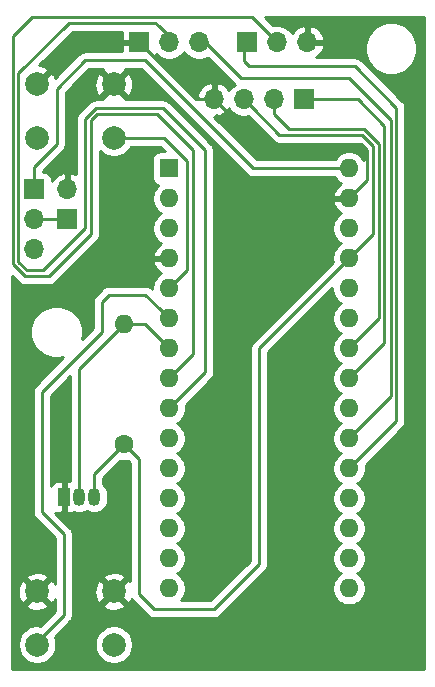
<source format=gbr>
G04 #@! TF.GenerationSoftware,KiCad,Pcbnew,(5.1.5)-3*
G04 #@! TF.CreationDate,2021-01-15T17:36:30+01:00*
G04 #@! TF.ProjectId,pHmeter,70486d65-7465-4722-9e6b-696361645f70,rev?*
G04 #@! TF.SameCoordinates,Original*
G04 #@! TF.FileFunction,Copper,L1,Top*
G04 #@! TF.FilePolarity,Positive*
%FSLAX46Y46*%
G04 Gerber Fmt 4.6, Leading zero omitted, Abs format (unit mm)*
G04 Created by KiCad (PCBNEW (5.1.5)-3) date 2021-01-15 17:36:30*
%MOMM*%
%LPD*%
G04 APERTURE LIST*
%ADD10O,1.700000X1.700000*%
%ADD11R,1.700000X1.700000*%
%ADD12C,2.000000*%
%ADD13R,1.050000X1.500000*%
%ADD14O,1.050000X1.500000*%
%ADD15O,1.600000X1.600000*%
%ADD16C,1.600000*%
%ADD17R,1.600000X1.600000*%
%ADD18C,0.250000*%
%ADD19C,0.254000*%
G04 APERTURE END LIST*
D10*
X53340000Y-44704000D03*
X50800000Y-44704000D03*
D11*
X48260000Y-44704000D03*
D10*
X42164000Y-57150000D03*
D11*
X42164000Y-59690000D03*
D12*
X46124000Y-48260000D03*
X46124000Y-52760000D03*
X39624000Y-48260000D03*
X39624000Y-52760000D03*
D10*
X54610000Y-49530000D03*
X57150000Y-49530000D03*
X59690000Y-49530000D03*
D11*
X62230000Y-49530000D03*
D10*
X39370000Y-62230000D03*
X39370000Y-59690000D03*
D11*
X39370000Y-57150000D03*
D10*
X62484000Y-44704000D03*
X59944000Y-44704000D03*
D11*
X57404000Y-44704000D03*
D13*
X41910000Y-83185000D03*
D14*
X44450000Y-83185000D03*
X43180000Y-83185000D03*
D15*
X46990000Y-68580000D03*
D16*
X46990000Y-78740000D03*
D12*
X46124000Y-91186000D03*
X46124000Y-95686000D03*
X39624000Y-91186000D03*
X39624000Y-95686000D03*
D15*
X66040000Y-90932000D03*
X50800000Y-90932000D03*
X66040000Y-55372000D03*
X50800000Y-88392000D03*
X66040000Y-57912000D03*
X50800000Y-85852000D03*
X66040000Y-60452000D03*
X50800000Y-83312000D03*
X66040000Y-62992000D03*
X50800000Y-80772000D03*
X66040000Y-65532000D03*
X50800000Y-78232000D03*
X66040000Y-68072000D03*
X50800000Y-75692000D03*
X66040000Y-70612000D03*
X50800000Y-73152000D03*
X66040000Y-73152000D03*
X50800000Y-70612000D03*
X66040000Y-75692000D03*
X50800000Y-68072000D03*
X66040000Y-78232000D03*
X50800000Y-65532000D03*
X66040000Y-80772000D03*
X50800000Y-62992000D03*
X66040000Y-83312000D03*
X50800000Y-60452000D03*
X66040000Y-85852000D03*
X50800000Y-57912000D03*
X66040000Y-88392000D03*
D17*
X50800000Y-55372000D03*
D18*
X59690000Y-49530000D02*
X59690000Y-50800000D01*
X59690000Y-50800000D02*
X60960000Y-52070000D01*
X60960000Y-52070000D02*
X67310000Y-52070000D01*
X67310000Y-52070000D02*
X68580000Y-53340000D01*
X68580000Y-68072000D02*
X66040000Y-70612000D01*
X68580000Y-53340000D02*
X68580000Y-68072000D01*
X62230000Y-49530000D02*
X66040000Y-49530000D01*
X69030009Y-70161991D02*
X69030009Y-51758009D01*
X66040000Y-73152000D02*
X69030009Y-70161991D01*
X66802000Y-49530000D02*
X62230000Y-49530000D01*
X69030009Y-51758009D02*
X66802000Y-49530000D01*
X45687999Y-66072001D02*
X48800001Y-66072001D01*
X39370000Y-95686000D02*
X41910000Y-93146000D01*
X48800001Y-66072001D02*
X50000001Y-67272001D01*
X45085000Y-66675000D02*
X45687999Y-66072001D01*
X45085000Y-69215000D02*
X45085000Y-66675000D01*
X41910000Y-86360000D02*
X40005000Y-84455000D01*
X50000001Y-67272001D02*
X50800000Y-68072000D01*
X40005000Y-84455000D02*
X40005000Y-74295000D01*
X41910000Y-93146000D02*
X41910000Y-86360000D01*
X40005000Y-74295000D02*
X45085000Y-69215000D01*
X53340000Y-44196000D02*
X56896000Y-47752000D01*
X56896000Y-47752000D02*
X66040000Y-47752000D01*
X66040000Y-78232000D02*
X69596000Y-74676000D01*
X69596000Y-51308000D02*
X66040000Y-47752000D01*
X69596000Y-74676000D02*
X69596000Y-51308000D01*
X50373002Y-52760000D02*
X46124000Y-52760000D01*
X52324000Y-54710998D02*
X50373002Y-52760000D01*
X50800000Y-65532000D02*
X52324000Y-64008000D01*
X52324000Y-64008000D02*
X52324000Y-54710998D01*
X57150000Y-46312000D02*
X57150000Y-45212000D01*
X66548000Y-46736000D02*
X57574000Y-46736000D01*
X70046009Y-76765991D02*
X70046009Y-50234009D01*
X66040000Y-80772000D02*
X70046009Y-76765991D01*
X70046009Y-50234009D02*
X66548000Y-46736000D01*
X57574000Y-46736000D02*
X57150000Y-46312000D01*
X67056000Y-53340000D02*
X58420000Y-53340000D01*
X58420000Y-53340000D02*
X54610000Y-49530000D01*
X67564000Y-53848000D02*
X67056000Y-53340000D01*
X66040000Y-57912000D02*
X67564000Y-56388000D01*
X67564000Y-56388000D02*
X67564000Y-53848000D01*
X53086000Y-49530000D02*
X54610000Y-49530000D01*
X48260000Y-44704000D02*
X53086000Y-49530000D01*
X39370000Y-55245000D02*
X41275000Y-53340000D01*
X39370000Y-57150000D02*
X39370000Y-55245000D01*
X41275000Y-50419000D02*
X41275000Y-50165000D01*
X41275000Y-53340000D02*
X41275000Y-50419000D01*
X41275000Y-48641000D02*
X41275000Y-50419000D01*
X43688000Y-46228000D02*
X41275000Y-48641000D01*
X48768000Y-46228000D02*
X43688000Y-46228000D01*
X66040000Y-55372000D02*
X57912000Y-55372000D01*
X57912000Y-55372000D02*
X48768000Y-46228000D01*
X58420000Y-70612000D02*
X58420000Y-88900000D01*
X66040000Y-62992000D02*
X58420000Y-70612000D01*
X54610000Y-92710000D02*
X49530000Y-92710000D01*
X48260000Y-80010000D02*
X46990000Y-78740000D01*
X58420000Y-88900000D02*
X54610000Y-92710000D01*
X48260000Y-91440000D02*
X48260000Y-80010000D01*
X49530000Y-92710000D02*
X48260000Y-91440000D01*
X44450000Y-81280000D02*
X46990000Y-78740000D01*
X44450000Y-83185000D02*
X44450000Y-81280000D01*
X66040000Y-62992000D02*
X68072000Y-60960000D01*
X68072000Y-60960000D02*
X68072000Y-53468410D01*
X60140010Y-52520010D02*
X57999999Y-50379999D01*
X68072000Y-53468410D02*
X67123600Y-52520010D01*
X57999999Y-50379999D02*
X57150000Y-49530000D01*
X67123600Y-52520010D02*
X60140010Y-52520010D01*
X43180000Y-72390000D02*
X46990000Y-68580000D01*
X43180000Y-83185000D02*
X43180000Y-72390000D01*
X48768000Y-68580000D02*
X50800000Y-70612000D01*
X46990000Y-68580000D02*
X48768000Y-68580000D01*
X40572081Y-59690000D02*
X42164000Y-59690000D01*
X39370000Y-59690000D02*
X40572081Y-59690000D01*
X50800000Y-75692000D02*
X53848000Y-72644000D01*
X53848000Y-72644000D02*
X53848000Y-53848000D01*
X53848000Y-53848000D02*
X51308000Y-51308000D01*
X51308000Y-51308000D02*
X50292000Y-50292000D01*
X50292000Y-50292000D02*
X44704000Y-50292000D01*
X44704000Y-50292000D02*
X47752000Y-50292000D01*
X42323001Y-43020999D02*
X49624999Y-43020999D01*
X38044999Y-47299001D02*
X42323001Y-43020999D01*
X49950001Y-43346001D02*
X50800000Y-44196000D01*
X49624999Y-43020999D02*
X49950001Y-43346001D01*
X38736410Y-64008000D02*
X38044999Y-63316589D01*
X38044999Y-63316589D02*
X38044999Y-47299001D01*
X44704000Y-50292000D02*
X44575590Y-50292000D01*
X43688000Y-51179590D02*
X43688000Y-60451002D01*
X44575590Y-50292000D02*
X43688000Y-51179590D01*
X43688000Y-60451002D02*
X40131002Y-64008000D01*
X40131002Y-64008000D02*
X38736410Y-64008000D01*
X58840001Y-43600001D02*
X59690000Y-44450000D01*
X57810989Y-42570989D02*
X58840001Y-43600001D01*
X39217011Y-42570989D02*
X57810989Y-42570989D01*
X38608000Y-64516000D02*
X37592000Y-63500000D01*
X44704000Y-50800000D02*
X44196000Y-51308000D01*
X49784000Y-50800000D02*
X44704000Y-50800000D01*
X52832000Y-71120000D02*
X52832000Y-53848000D01*
X37592000Y-63500000D02*
X37592000Y-44196000D01*
X50800000Y-73152000D02*
X52832000Y-71120000D01*
X44196000Y-51308000D02*
X44196000Y-60960000D01*
X40640000Y-64516000D02*
X38608000Y-64516000D01*
X44196000Y-60960000D02*
X40640000Y-64516000D01*
X52832000Y-53848000D02*
X49784000Y-50800000D01*
X37592000Y-44196000D02*
X39217011Y-42570989D01*
D19*
G36*
X72365001Y-97765000D02*
G01*
X37490000Y-97765000D01*
X37490000Y-92321413D01*
X38668192Y-92321413D01*
X38763956Y-92585814D01*
X39053571Y-92726704D01*
X39365108Y-92808384D01*
X39686595Y-92827718D01*
X40005675Y-92783961D01*
X40310088Y-92678795D01*
X40484044Y-92585814D01*
X40579808Y-92321413D01*
X39624000Y-91365605D01*
X38668192Y-92321413D01*
X37490000Y-92321413D01*
X37490000Y-91248595D01*
X37982282Y-91248595D01*
X38026039Y-91567675D01*
X38131205Y-91872088D01*
X38224186Y-92046044D01*
X38488587Y-92141808D01*
X39444395Y-91186000D01*
X38488587Y-90230192D01*
X38224186Y-90325956D01*
X38083296Y-90615571D01*
X38001616Y-90927108D01*
X37982282Y-91248595D01*
X37490000Y-91248595D01*
X37490000Y-90050587D01*
X38668192Y-90050587D01*
X39624000Y-91006395D01*
X40579808Y-90050587D01*
X40484044Y-89786186D01*
X40194429Y-89645296D01*
X39882892Y-89563616D01*
X39561405Y-89544282D01*
X39242325Y-89588039D01*
X38937912Y-89693205D01*
X38763956Y-89786186D01*
X38668192Y-90050587D01*
X37490000Y-90050587D01*
X37490000Y-64472801D01*
X38044201Y-65027003D01*
X38067999Y-65056001D01*
X38096997Y-65079799D01*
X38183723Y-65150974D01*
X38315753Y-65221546D01*
X38459014Y-65265003D01*
X38570667Y-65276000D01*
X38570677Y-65276000D01*
X38608000Y-65279676D01*
X38645322Y-65276000D01*
X40602678Y-65276000D01*
X40640000Y-65279676D01*
X40677322Y-65276000D01*
X40677333Y-65276000D01*
X40788986Y-65265003D01*
X40932247Y-65221546D01*
X41064276Y-65150974D01*
X41180001Y-65056001D01*
X41203804Y-65026997D01*
X44707008Y-61523795D01*
X44736001Y-61500001D01*
X44759795Y-61471008D01*
X44759799Y-61471004D01*
X44830973Y-61384277D01*
X44830974Y-61384276D01*
X44901546Y-61252247D01*
X44945003Y-61108986D01*
X44956000Y-60997333D01*
X44956000Y-60997324D01*
X44959676Y-60960001D01*
X44956000Y-60922678D01*
X44956000Y-53904239D01*
X45081748Y-54029987D01*
X45349537Y-54208918D01*
X45647088Y-54332168D01*
X45962967Y-54395000D01*
X46285033Y-54395000D01*
X46600912Y-54332168D01*
X46898463Y-54208918D01*
X47166252Y-54029987D01*
X47393987Y-53802252D01*
X47572918Y-53534463D01*
X47578909Y-53520000D01*
X50058201Y-53520000D01*
X50472129Y-53933928D01*
X50000000Y-53933928D01*
X49875518Y-53946188D01*
X49755820Y-53982498D01*
X49645506Y-54041463D01*
X49548815Y-54120815D01*
X49469463Y-54217506D01*
X49410498Y-54327820D01*
X49374188Y-54447518D01*
X49361928Y-54572000D01*
X49361928Y-56172000D01*
X49374188Y-56296482D01*
X49410498Y-56416180D01*
X49469463Y-56526494D01*
X49548815Y-56623185D01*
X49645506Y-56702537D01*
X49755820Y-56761502D01*
X49875518Y-56797812D01*
X49883961Y-56798643D01*
X49685363Y-56997241D01*
X49528320Y-57232273D01*
X49420147Y-57493426D01*
X49365000Y-57770665D01*
X49365000Y-58053335D01*
X49420147Y-58330574D01*
X49528320Y-58591727D01*
X49685363Y-58826759D01*
X49885241Y-59026637D01*
X50117759Y-59182000D01*
X49885241Y-59337363D01*
X49685363Y-59537241D01*
X49528320Y-59772273D01*
X49420147Y-60033426D01*
X49365000Y-60310665D01*
X49365000Y-60593335D01*
X49420147Y-60870574D01*
X49528320Y-61131727D01*
X49685363Y-61366759D01*
X49885241Y-61566637D01*
X50120273Y-61723680D01*
X50130865Y-61728067D01*
X49944869Y-61839615D01*
X49736481Y-62028586D01*
X49568963Y-62254580D01*
X49448754Y-62508913D01*
X49408096Y-62642961D01*
X49530085Y-62865000D01*
X50673000Y-62865000D01*
X50673000Y-62845000D01*
X50927000Y-62845000D01*
X50927000Y-62865000D01*
X50947000Y-62865000D01*
X50947000Y-63119000D01*
X50927000Y-63119000D01*
X50927000Y-63139000D01*
X50673000Y-63139000D01*
X50673000Y-63119000D01*
X49530085Y-63119000D01*
X49408096Y-63341039D01*
X49448754Y-63475087D01*
X49568963Y-63729420D01*
X49736481Y-63955414D01*
X49944869Y-64144385D01*
X50130865Y-64255933D01*
X50120273Y-64260320D01*
X49885241Y-64417363D01*
X49685363Y-64617241D01*
X49528320Y-64852273D01*
X49420147Y-65113426D01*
X49365000Y-65390665D01*
X49365000Y-65562199D01*
X49363805Y-65561004D01*
X49340002Y-65532000D01*
X49224277Y-65437027D01*
X49092248Y-65366455D01*
X48948987Y-65322998D01*
X48837334Y-65312001D01*
X48837323Y-65312001D01*
X48800001Y-65308325D01*
X48762679Y-65312001D01*
X45725321Y-65312001D01*
X45687998Y-65308325D01*
X45650675Y-65312001D01*
X45650666Y-65312001D01*
X45539013Y-65322998D01*
X45395752Y-65366455D01*
X45263723Y-65437027D01*
X45147998Y-65532000D01*
X45124199Y-65560999D01*
X44573998Y-66111201D01*
X44545000Y-66134999D01*
X44521202Y-66163997D01*
X44521201Y-66163998D01*
X44450026Y-66250724D01*
X44379454Y-66382754D01*
X44360039Y-66446759D01*
X44345019Y-66496277D01*
X44335998Y-66526015D01*
X44321324Y-66675000D01*
X44325001Y-66712332D01*
X44325000Y-68900198D01*
X43440458Y-69784741D01*
X43510000Y-69435128D01*
X43510000Y-68994872D01*
X43424110Y-68563075D01*
X43255631Y-68156331D01*
X43011038Y-67790271D01*
X42699729Y-67478962D01*
X42333669Y-67234369D01*
X41926925Y-67065890D01*
X41495128Y-66980000D01*
X41054872Y-66980000D01*
X40623075Y-67065890D01*
X40216331Y-67234369D01*
X39850271Y-67478962D01*
X39538962Y-67790271D01*
X39294369Y-68156331D01*
X39125890Y-68563075D01*
X39040000Y-68994872D01*
X39040000Y-69435128D01*
X39125890Y-69866925D01*
X39294369Y-70273669D01*
X39538962Y-70639729D01*
X39850271Y-70951038D01*
X40216331Y-71195631D01*
X40623075Y-71364110D01*
X41054872Y-71450000D01*
X41495128Y-71450000D01*
X41844741Y-71380457D01*
X39493998Y-73731201D01*
X39465000Y-73754999D01*
X39441202Y-73783997D01*
X39441201Y-73783998D01*
X39370026Y-73870724D01*
X39299454Y-74002754D01*
X39255998Y-74146015D01*
X39241324Y-74295000D01*
X39245001Y-74332332D01*
X39245000Y-84417678D01*
X39241324Y-84455000D01*
X39245000Y-84492322D01*
X39245000Y-84492332D01*
X39255997Y-84603985D01*
X39282651Y-84691853D01*
X39299454Y-84747246D01*
X39370026Y-84879276D01*
X39409871Y-84927826D01*
X39464999Y-84995001D01*
X39494003Y-85018804D01*
X41150001Y-86674803D01*
X41150000Y-90596028D01*
X41116795Y-90499912D01*
X41023814Y-90325956D01*
X40759413Y-90230192D01*
X39803605Y-91186000D01*
X40759413Y-92141808D01*
X41023814Y-92046044D01*
X41150000Y-91786654D01*
X41150000Y-92831197D01*
X39906114Y-94075084D01*
X39785033Y-94051000D01*
X39462967Y-94051000D01*
X39147088Y-94113832D01*
X38849537Y-94237082D01*
X38581748Y-94416013D01*
X38354013Y-94643748D01*
X38175082Y-94911537D01*
X38051832Y-95209088D01*
X37989000Y-95524967D01*
X37989000Y-95847033D01*
X38051832Y-96162912D01*
X38175082Y-96460463D01*
X38354013Y-96728252D01*
X38581748Y-96955987D01*
X38849537Y-97134918D01*
X39147088Y-97258168D01*
X39462967Y-97321000D01*
X39785033Y-97321000D01*
X40100912Y-97258168D01*
X40398463Y-97134918D01*
X40666252Y-96955987D01*
X40893987Y-96728252D01*
X41072918Y-96460463D01*
X41196168Y-96162912D01*
X41259000Y-95847033D01*
X41259000Y-95524967D01*
X44489000Y-95524967D01*
X44489000Y-95847033D01*
X44551832Y-96162912D01*
X44675082Y-96460463D01*
X44854013Y-96728252D01*
X45081748Y-96955987D01*
X45349537Y-97134918D01*
X45647088Y-97258168D01*
X45962967Y-97321000D01*
X46285033Y-97321000D01*
X46600912Y-97258168D01*
X46898463Y-97134918D01*
X47166252Y-96955987D01*
X47393987Y-96728252D01*
X47572918Y-96460463D01*
X47696168Y-96162912D01*
X47759000Y-95847033D01*
X47759000Y-95524967D01*
X47696168Y-95209088D01*
X47572918Y-94911537D01*
X47393987Y-94643748D01*
X47166252Y-94416013D01*
X46898463Y-94237082D01*
X46600912Y-94113832D01*
X46285033Y-94051000D01*
X45962967Y-94051000D01*
X45647088Y-94113832D01*
X45349537Y-94237082D01*
X45081748Y-94416013D01*
X44854013Y-94643748D01*
X44675082Y-94911537D01*
X44551832Y-95209088D01*
X44489000Y-95524967D01*
X41259000Y-95524967D01*
X41196168Y-95209088D01*
X41115782Y-95015020D01*
X42421009Y-93709794D01*
X42450001Y-93686001D01*
X42473795Y-93657008D01*
X42473799Y-93657004D01*
X42544973Y-93570277D01*
X42544974Y-93570276D01*
X42615546Y-93438247D01*
X42659003Y-93294986D01*
X42670000Y-93183333D01*
X42670000Y-93183324D01*
X42673676Y-93146001D01*
X42670000Y-93108678D01*
X42670000Y-92321413D01*
X45168192Y-92321413D01*
X45263956Y-92585814D01*
X45553571Y-92726704D01*
X45865108Y-92808384D01*
X46186595Y-92827718D01*
X46505675Y-92783961D01*
X46810088Y-92678795D01*
X46984044Y-92585814D01*
X47079808Y-92321413D01*
X46124000Y-91365605D01*
X45168192Y-92321413D01*
X42670000Y-92321413D01*
X42670000Y-91248595D01*
X44482282Y-91248595D01*
X44526039Y-91567675D01*
X44631205Y-91872088D01*
X44724186Y-92046044D01*
X44988587Y-92141808D01*
X45944395Y-91186000D01*
X44988587Y-90230192D01*
X44724186Y-90325956D01*
X44583296Y-90615571D01*
X44501616Y-90927108D01*
X44482282Y-91248595D01*
X42670000Y-91248595D01*
X42670000Y-90050587D01*
X45168192Y-90050587D01*
X46124000Y-91006395D01*
X47079808Y-90050587D01*
X46984044Y-89786186D01*
X46694429Y-89645296D01*
X46382892Y-89563616D01*
X46061405Y-89544282D01*
X45742325Y-89588039D01*
X45437912Y-89693205D01*
X45263956Y-89786186D01*
X45168192Y-90050587D01*
X42670000Y-90050587D01*
X42670000Y-86397323D01*
X42673676Y-86360000D01*
X42670000Y-86322677D01*
X42670000Y-86322667D01*
X42659003Y-86211014D01*
X42615546Y-86067753D01*
X42544974Y-85935724D01*
X42450001Y-85819999D01*
X42421003Y-85796201D01*
X41152997Y-84528196D01*
X41260518Y-84560812D01*
X41385000Y-84573072D01*
X41624250Y-84570000D01*
X41783000Y-84411250D01*
X41783000Y-83312000D01*
X41763000Y-83312000D01*
X41763000Y-83058000D01*
X41783000Y-83058000D01*
X41783000Y-81958750D01*
X41624250Y-81800000D01*
X41385000Y-81796928D01*
X41260518Y-81809188D01*
X41140820Y-81845498D01*
X41030506Y-81904463D01*
X40933815Y-81983815D01*
X40854463Y-82080506D01*
X40795498Y-82190820D01*
X40765000Y-82291358D01*
X40765000Y-74609801D01*
X42420001Y-72954800D01*
X42420000Y-81797121D01*
X42195750Y-81800000D01*
X42037000Y-81958750D01*
X42037000Y-82731892D01*
X42036785Y-82732601D01*
X42020000Y-82903022D01*
X42020000Y-83466979D01*
X42036785Y-83637400D01*
X42037000Y-83638109D01*
X42037000Y-84411250D01*
X42195750Y-84570000D01*
X42435000Y-84573072D01*
X42559482Y-84560812D01*
X42679180Y-84524502D01*
X42743902Y-84489907D01*
X42952601Y-84553215D01*
X43180000Y-84575612D01*
X43407400Y-84553215D01*
X43626060Y-84486885D01*
X43815001Y-84385894D01*
X44003941Y-84486885D01*
X44222601Y-84553215D01*
X44450000Y-84575612D01*
X44677400Y-84553215D01*
X44896060Y-84486885D01*
X45097579Y-84379171D01*
X45274212Y-84234212D01*
X45419171Y-84057579D01*
X45526885Y-83856059D01*
X45593215Y-83637399D01*
X45610000Y-83466978D01*
X45610000Y-82903021D01*
X45593215Y-82732600D01*
X45526885Y-82513940D01*
X45419171Y-82312421D01*
X45274212Y-82135788D01*
X45210000Y-82083091D01*
X45210000Y-81594801D01*
X46666114Y-80138688D01*
X46848665Y-80175000D01*
X47131335Y-80175000D01*
X47313886Y-80138688D01*
X47500001Y-80324803D01*
X47500000Y-90317331D01*
X47259413Y-90230192D01*
X46303605Y-91186000D01*
X47259413Y-92141808D01*
X47523814Y-92046044D01*
X47618332Y-91851752D01*
X47625026Y-91864276D01*
X47664871Y-91912826D01*
X47719999Y-91980001D01*
X47749003Y-92003804D01*
X48966201Y-93221003D01*
X48989999Y-93250001D01*
X49105724Y-93344974D01*
X49237753Y-93415546D01*
X49381014Y-93459003D01*
X49492667Y-93470000D01*
X49492676Y-93470000D01*
X49529999Y-93473676D01*
X49567322Y-93470000D01*
X54572678Y-93470000D01*
X54610000Y-93473676D01*
X54647322Y-93470000D01*
X54647333Y-93470000D01*
X54758986Y-93459003D01*
X54902247Y-93415546D01*
X55034276Y-93344974D01*
X55150001Y-93250001D01*
X55173804Y-93220997D01*
X58931003Y-89463799D01*
X58960001Y-89440001D01*
X59054974Y-89324276D01*
X59125546Y-89192247D01*
X59169003Y-89048986D01*
X59180000Y-88937333D01*
X59180000Y-88937325D01*
X59183676Y-88900000D01*
X59180000Y-88862675D01*
X59180000Y-70926801D01*
X64605000Y-65501802D01*
X64605000Y-65673335D01*
X64660147Y-65950574D01*
X64768320Y-66211727D01*
X64925363Y-66446759D01*
X65125241Y-66646637D01*
X65357759Y-66802000D01*
X65125241Y-66957363D01*
X64925363Y-67157241D01*
X64768320Y-67392273D01*
X64660147Y-67653426D01*
X64605000Y-67930665D01*
X64605000Y-68213335D01*
X64660147Y-68490574D01*
X64768320Y-68751727D01*
X64925363Y-68986759D01*
X65125241Y-69186637D01*
X65357759Y-69342000D01*
X65125241Y-69497363D01*
X64925363Y-69697241D01*
X64768320Y-69932273D01*
X64660147Y-70193426D01*
X64605000Y-70470665D01*
X64605000Y-70753335D01*
X64660147Y-71030574D01*
X64768320Y-71291727D01*
X64925363Y-71526759D01*
X65125241Y-71726637D01*
X65357759Y-71882000D01*
X65125241Y-72037363D01*
X64925363Y-72237241D01*
X64768320Y-72472273D01*
X64660147Y-72733426D01*
X64605000Y-73010665D01*
X64605000Y-73293335D01*
X64660147Y-73570574D01*
X64768320Y-73831727D01*
X64925363Y-74066759D01*
X65125241Y-74266637D01*
X65357759Y-74422000D01*
X65125241Y-74577363D01*
X64925363Y-74777241D01*
X64768320Y-75012273D01*
X64660147Y-75273426D01*
X64605000Y-75550665D01*
X64605000Y-75833335D01*
X64660147Y-76110574D01*
X64768320Y-76371727D01*
X64925363Y-76606759D01*
X65125241Y-76806637D01*
X65357759Y-76962000D01*
X65125241Y-77117363D01*
X64925363Y-77317241D01*
X64768320Y-77552273D01*
X64660147Y-77813426D01*
X64605000Y-78090665D01*
X64605000Y-78373335D01*
X64660147Y-78650574D01*
X64768320Y-78911727D01*
X64925363Y-79146759D01*
X65125241Y-79346637D01*
X65357759Y-79502000D01*
X65125241Y-79657363D01*
X64925363Y-79857241D01*
X64768320Y-80092273D01*
X64660147Y-80353426D01*
X64605000Y-80630665D01*
X64605000Y-80913335D01*
X64660147Y-81190574D01*
X64768320Y-81451727D01*
X64925363Y-81686759D01*
X65125241Y-81886637D01*
X65357759Y-82042000D01*
X65125241Y-82197363D01*
X64925363Y-82397241D01*
X64768320Y-82632273D01*
X64660147Y-82893426D01*
X64605000Y-83170665D01*
X64605000Y-83453335D01*
X64660147Y-83730574D01*
X64768320Y-83991727D01*
X64925363Y-84226759D01*
X65125241Y-84426637D01*
X65357759Y-84582000D01*
X65125241Y-84737363D01*
X64925363Y-84937241D01*
X64768320Y-85172273D01*
X64660147Y-85433426D01*
X64605000Y-85710665D01*
X64605000Y-85993335D01*
X64660147Y-86270574D01*
X64768320Y-86531727D01*
X64925363Y-86766759D01*
X65125241Y-86966637D01*
X65357759Y-87122000D01*
X65125241Y-87277363D01*
X64925363Y-87477241D01*
X64768320Y-87712273D01*
X64660147Y-87973426D01*
X64605000Y-88250665D01*
X64605000Y-88533335D01*
X64660147Y-88810574D01*
X64768320Y-89071727D01*
X64925363Y-89306759D01*
X65125241Y-89506637D01*
X65357759Y-89662000D01*
X65125241Y-89817363D01*
X64925363Y-90017241D01*
X64768320Y-90252273D01*
X64660147Y-90513426D01*
X64605000Y-90790665D01*
X64605000Y-91073335D01*
X64660147Y-91350574D01*
X64768320Y-91611727D01*
X64925363Y-91846759D01*
X65125241Y-92046637D01*
X65360273Y-92203680D01*
X65621426Y-92311853D01*
X65898665Y-92367000D01*
X66181335Y-92367000D01*
X66458574Y-92311853D01*
X66719727Y-92203680D01*
X66954759Y-92046637D01*
X67154637Y-91846759D01*
X67311680Y-91611727D01*
X67419853Y-91350574D01*
X67475000Y-91073335D01*
X67475000Y-90790665D01*
X67419853Y-90513426D01*
X67311680Y-90252273D01*
X67154637Y-90017241D01*
X66954759Y-89817363D01*
X66722241Y-89662000D01*
X66954759Y-89506637D01*
X67154637Y-89306759D01*
X67311680Y-89071727D01*
X67419853Y-88810574D01*
X67475000Y-88533335D01*
X67475000Y-88250665D01*
X67419853Y-87973426D01*
X67311680Y-87712273D01*
X67154637Y-87477241D01*
X66954759Y-87277363D01*
X66722241Y-87122000D01*
X66954759Y-86966637D01*
X67154637Y-86766759D01*
X67311680Y-86531727D01*
X67419853Y-86270574D01*
X67475000Y-85993335D01*
X67475000Y-85710665D01*
X67419853Y-85433426D01*
X67311680Y-85172273D01*
X67154637Y-84937241D01*
X66954759Y-84737363D01*
X66722241Y-84582000D01*
X66954759Y-84426637D01*
X67154637Y-84226759D01*
X67311680Y-83991727D01*
X67419853Y-83730574D01*
X67475000Y-83453335D01*
X67475000Y-83170665D01*
X67419853Y-82893426D01*
X67311680Y-82632273D01*
X67154637Y-82397241D01*
X66954759Y-82197363D01*
X66722241Y-82042000D01*
X66954759Y-81886637D01*
X67154637Y-81686759D01*
X67311680Y-81451727D01*
X67419853Y-81190574D01*
X67475000Y-80913335D01*
X67475000Y-80630665D01*
X67438688Y-80448113D01*
X70557013Y-77329789D01*
X70586010Y-77305992D01*
X70680983Y-77190267D01*
X70751555Y-77058238D01*
X70795012Y-76914977D01*
X70806009Y-76803324D01*
X70806009Y-76803315D01*
X70809685Y-76765992D01*
X70806009Y-76728669D01*
X70806009Y-50271334D01*
X70809685Y-50234009D01*
X70806009Y-50196684D01*
X70806009Y-50196676D01*
X70795012Y-50085023D01*
X70751555Y-49941762D01*
X70680983Y-49809733D01*
X70586010Y-49694008D01*
X70557012Y-49670210D01*
X67111804Y-46225003D01*
X67088001Y-46195999D01*
X66972276Y-46101026D01*
X66840247Y-46030454D01*
X66696986Y-45986997D01*
X66585333Y-45976000D01*
X66585322Y-45976000D01*
X66548000Y-45972324D01*
X66510678Y-45976000D01*
X63250166Y-45976000D01*
X63250920Y-45975641D01*
X63484269Y-45801588D01*
X63679178Y-45585355D01*
X63828157Y-45335252D01*
X63925481Y-45060891D01*
X63889254Y-44991872D01*
X67361000Y-44991872D01*
X67361000Y-45432128D01*
X67446890Y-45863925D01*
X67615369Y-46270669D01*
X67859962Y-46636729D01*
X68171271Y-46948038D01*
X68537331Y-47192631D01*
X68944075Y-47361110D01*
X69375872Y-47447000D01*
X69816128Y-47447000D01*
X70247925Y-47361110D01*
X70654669Y-47192631D01*
X71020729Y-46948038D01*
X71332038Y-46636729D01*
X71576631Y-46270669D01*
X71745110Y-45863925D01*
X71831000Y-45432128D01*
X71831000Y-44991872D01*
X71745110Y-44560075D01*
X71576631Y-44153331D01*
X71332038Y-43787271D01*
X71020729Y-43475962D01*
X70654669Y-43231369D01*
X70247925Y-43062890D01*
X69816128Y-42977000D01*
X69375872Y-42977000D01*
X68944075Y-43062890D01*
X68537331Y-43231369D01*
X68171271Y-43475962D01*
X67859962Y-43787271D01*
X67615369Y-44153331D01*
X67446890Y-44560075D01*
X67361000Y-44991872D01*
X63889254Y-44991872D01*
X63804814Y-44831000D01*
X62611000Y-44831000D01*
X62611000Y-44851000D01*
X62357000Y-44851000D01*
X62357000Y-44831000D01*
X62337000Y-44831000D01*
X62337000Y-44577000D01*
X62357000Y-44577000D01*
X62357000Y-43383845D01*
X62611000Y-43383845D01*
X62611000Y-44577000D01*
X63804814Y-44577000D01*
X63925481Y-44347109D01*
X63828157Y-44072748D01*
X63679178Y-43822645D01*
X63484269Y-43606412D01*
X63250920Y-43432359D01*
X62988099Y-43307175D01*
X62840890Y-43262524D01*
X62611000Y-43383845D01*
X62357000Y-43383845D01*
X62127110Y-43262524D01*
X61979901Y-43307175D01*
X61717080Y-43432359D01*
X61483731Y-43606412D01*
X61288822Y-43822645D01*
X61219195Y-43939534D01*
X61097475Y-43757368D01*
X60890632Y-43550525D01*
X60647411Y-43388010D01*
X60377158Y-43276068D01*
X60090260Y-43219000D01*
X59797740Y-43219000D01*
X59577592Y-43262791D01*
X59403804Y-43089003D01*
X59403800Y-43088998D01*
X58884802Y-42570000D01*
X72365000Y-42570000D01*
X72365001Y-97765000D01*
G37*
X72365001Y-97765000D02*
X37490000Y-97765000D01*
X37490000Y-92321413D01*
X38668192Y-92321413D01*
X38763956Y-92585814D01*
X39053571Y-92726704D01*
X39365108Y-92808384D01*
X39686595Y-92827718D01*
X40005675Y-92783961D01*
X40310088Y-92678795D01*
X40484044Y-92585814D01*
X40579808Y-92321413D01*
X39624000Y-91365605D01*
X38668192Y-92321413D01*
X37490000Y-92321413D01*
X37490000Y-91248595D01*
X37982282Y-91248595D01*
X38026039Y-91567675D01*
X38131205Y-91872088D01*
X38224186Y-92046044D01*
X38488587Y-92141808D01*
X39444395Y-91186000D01*
X38488587Y-90230192D01*
X38224186Y-90325956D01*
X38083296Y-90615571D01*
X38001616Y-90927108D01*
X37982282Y-91248595D01*
X37490000Y-91248595D01*
X37490000Y-90050587D01*
X38668192Y-90050587D01*
X39624000Y-91006395D01*
X40579808Y-90050587D01*
X40484044Y-89786186D01*
X40194429Y-89645296D01*
X39882892Y-89563616D01*
X39561405Y-89544282D01*
X39242325Y-89588039D01*
X38937912Y-89693205D01*
X38763956Y-89786186D01*
X38668192Y-90050587D01*
X37490000Y-90050587D01*
X37490000Y-64472801D01*
X38044201Y-65027003D01*
X38067999Y-65056001D01*
X38096997Y-65079799D01*
X38183723Y-65150974D01*
X38315753Y-65221546D01*
X38459014Y-65265003D01*
X38570667Y-65276000D01*
X38570677Y-65276000D01*
X38608000Y-65279676D01*
X38645322Y-65276000D01*
X40602678Y-65276000D01*
X40640000Y-65279676D01*
X40677322Y-65276000D01*
X40677333Y-65276000D01*
X40788986Y-65265003D01*
X40932247Y-65221546D01*
X41064276Y-65150974D01*
X41180001Y-65056001D01*
X41203804Y-65026997D01*
X44707008Y-61523795D01*
X44736001Y-61500001D01*
X44759795Y-61471008D01*
X44759799Y-61471004D01*
X44830973Y-61384277D01*
X44830974Y-61384276D01*
X44901546Y-61252247D01*
X44945003Y-61108986D01*
X44956000Y-60997333D01*
X44956000Y-60997324D01*
X44959676Y-60960001D01*
X44956000Y-60922678D01*
X44956000Y-53904239D01*
X45081748Y-54029987D01*
X45349537Y-54208918D01*
X45647088Y-54332168D01*
X45962967Y-54395000D01*
X46285033Y-54395000D01*
X46600912Y-54332168D01*
X46898463Y-54208918D01*
X47166252Y-54029987D01*
X47393987Y-53802252D01*
X47572918Y-53534463D01*
X47578909Y-53520000D01*
X50058201Y-53520000D01*
X50472129Y-53933928D01*
X50000000Y-53933928D01*
X49875518Y-53946188D01*
X49755820Y-53982498D01*
X49645506Y-54041463D01*
X49548815Y-54120815D01*
X49469463Y-54217506D01*
X49410498Y-54327820D01*
X49374188Y-54447518D01*
X49361928Y-54572000D01*
X49361928Y-56172000D01*
X49374188Y-56296482D01*
X49410498Y-56416180D01*
X49469463Y-56526494D01*
X49548815Y-56623185D01*
X49645506Y-56702537D01*
X49755820Y-56761502D01*
X49875518Y-56797812D01*
X49883961Y-56798643D01*
X49685363Y-56997241D01*
X49528320Y-57232273D01*
X49420147Y-57493426D01*
X49365000Y-57770665D01*
X49365000Y-58053335D01*
X49420147Y-58330574D01*
X49528320Y-58591727D01*
X49685363Y-58826759D01*
X49885241Y-59026637D01*
X50117759Y-59182000D01*
X49885241Y-59337363D01*
X49685363Y-59537241D01*
X49528320Y-59772273D01*
X49420147Y-60033426D01*
X49365000Y-60310665D01*
X49365000Y-60593335D01*
X49420147Y-60870574D01*
X49528320Y-61131727D01*
X49685363Y-61366759D01*
X49885241Y-61566637D01*
X50120273Y-61723680D01*
X50130865Y-61728067D01*
X49944869Y-61839615D01*
X49736481Y-62028586D01*
X49568963Y-62254580D01*
X49448754Y-62508913D01*
X49408096Y-62642961D01*
X49530085Y-62865000D01*
X50673000Y-62865000D01*
X50673000Y-62845000D01*
X50927000Y-62845000D01*
X50927000Y-62865000D01*
X50947000Y-62865000D01*
X50947000Y-63119000D01*
X50927000Y-63119000D01*
X50927000Y-63139000D01*
X50673000Y-63139000D01*
X50673000Y-63119000D01*
X49530085Y-63119000D01*
X49408096Y-63341039D01*
X49448754Y-63475087D01*
X49568963Y-63729420D01*
X49736481Y-63955414D01*
X49944869Y-64144385D01*
X50130865Y-64255933D01*
X50120273Y-64260320D01*
X49885241Y-64417363D01*
X49685363Y-64617241D01*
X49528320Y-64852273D01*
X49420147Y-65113426D01*
X49365000Y-65390665D01*
X49365000Y-65562199D01*
X49363805Y-65561004D01*
X49340002Y-65532000D01*
X49224277Y-65437027D01*
X49092248Y-65366455D01*
X48948987Y-65322998D01*
X48837334Y-65312001D01*
X48837323Y-65312001D01*
X48800001Y-65308325D01*
X48762679Y-65312001D01*
X45725321Y-65312001D01*
X45687998Y-65308325D01*
X45650675Y-65312001D01*
X45650666Y-65312001D01*
X45539013Y-65322998D01*
X45395752Y-65366455D01*
X45263723Y-65437027D01*
X45147998Y-65532000D01*
X45124199Y-65560999D01*
X44573998Y-66111201D01*
X44545000Y-66134999D01*
X44521202Y-66163997D01*
X44521201Y-66163998D01*
X44450026Y-66250724D01*
X44379454Y-66382754D01*
X44360039Y-66446759D01*
X44345019Y-66496277D01*
X44335998Y-66526015D01*
X44321324Y-66675000D01*
X44325001Y-66712332D01*
X44325000Y-68900198D01*
X43440458Y-69784741D01*
X43510000Y-69435128D01*
X43510000Y-68994872D01*
X43424110Y-68563075D01*
X43255631Y-68156331D01*
X43011038Y-67790271D01*
X42699729Y-67478962D01*
X42333669Y-67234369D01*
X41926925Y-67065890D01*
X41495128Y-66980000D01*
X41054872Y-66980000D01*
X40623075Y-67065890D01*
X40216331Y-67234369D01*
X39850271Y-67478962D01*
X39538962Y-67790271D01*
X39294369Y-68156331D01*
X39125890Y-68563075D01*
X39040000Y-68994872D01*
X39040000Y-69435128D01*
X39125890Y-69866925D01*
X39294369Y-70273669D01*
X39538962Y-70639729D01*
X39850271Y-70951038D01*
X40216331Y-71195631D01*
X40623075Y-71364110D01*
X41054872Y-71450000D01*
X41495128Y-71450000D01*
X41844741Y-71380457D01*
X39493998Y-73731201D01*
X39465000Y-73754999D01*
X39441202Y-73783997D01*
X39441201Y-73783998D01*
X39370026Y-73870724D01*
X39299454Y-74002754D01*
X39255998Y-74146015D01*
X39241324Y-74295000D01*
X39245001Y-74332332D01*
X39245000Y-84417678D01*
X39241324Y-84455000D01*
X39245000Y-84492322D01*
X39245000Y-84492332D01*
X39255997Y-84603985D01*
X39282651Y-84691853D01*
X39299454Y-84747246D01*
X39370026Y-84879276D01*
X39409871Y-84927826D01*
X39464999Y-84995001D01*
X39494003Y-85018804D01*
X41150001Y-86674803D01*
X41150000Y-90596028D01*
X41116795Y-90499912D01*
X41023814Y-90325956D01*
X40759413Y-90230192D01*
X39803605Y-91186000D01*
X40759413Y-92141808D01*
X41023814Y-92046044D01*
X41150000Y-91786654D01*
X41150000Y-92831197D01*
X39906114Y-94075084D01*
X39785033Y-94051000D01*
X39462967Y-94051000D01*
X39147088Y-94113832D01*
X38849537Y-94237082D01*
X38581748Y-94416013D01*
X38354013Y-94643748D01*
X38175082Y-94911537D01*
X38051832Y-95209088D01*
X37989000Y-95524967D01*
X37989000Y-95847033D01*
X38051832Y-96162912D01*
X38175082Y-96460463D01*
X38354013Y-96728252D01*
X38581748Y-96955987D01*
X38849537Y-97134918D01*
X39147088Y-97258168D01*
X39462967Y-97321000D01*
X39785033Y-97321000D01*
X40100912Y-97258168D01*
X40398463Y-97134918D01*
X40666252Y-96955987D01*
X40893987Y-96728252D01*
X41072918Y-96460463D01*
X41196168Y-96162912D01*
X41259000Y-95847033D01*
X41259000Y-95524967D01*
X44489000Y-95524967D01*
X44489000Y-95847033D01*
X44551832Y-96162912D01*
X44675082Y-96460463D01*
X44854013Y-96728252D01*
X45081748Y-96955987D01*
X45349537Y-97134918D01*
X45647088Y-97258168D01*
X45962967Y-97321000D01*
X46285033Y-97321000D01*
X46600912Y-97258168D01*
X46898463Y-97134918D01*
X47166252Y-96955987D01*
X47393987Y-96728252D01*
X47572918Y-96460463D01*
X47696168Y-96162912D01*
X47759000Y-95847033D01*
X47759000Y-95524967D01*
X47696168Y-95209088D01*
X47572918Y-94911537D01*
X47393987Y-94643748D01*
X47166252Y-94416013D01*
X46898463Y-94237082D01*
X46600912Y-94113832D01*
X46285033Y-94051000D01*
X45962967Y-94051000D01*
X45647088Y-94113832D01*
X45349537Y-94237082D01*
X45081748Y-94416013D01*
X44854013Y-94643748D01*
X44675082Y-94911537D01*
X44551832Y-95209088D01*
X44489000Y-95524967D01*
X41259000Y-95524967D01*
X41196168Y-95209088D01*
X41115782Y-95015020D01*
X42421009Y-93709794D01*
X42450001Y-93686001D01*
X42473795Y-93657008D01*
X42473799Y-93657004D01*
X42544973Y-93570277D01*
X42544974Y-93570276D01*
X42615546Y-93438247D01*
X42659003Y-93294986D01*
X42670000Y-93183333D01*
X42670000Y-93183324D01*
X42673676Y-93146001D01*
X42670000Y-93108678D01*
X42670000Y-92321413D01*
X45168192Y-92321413D01*
X45263956Y-92585814D01*
X45553571Y-92726704D01*
X45865108Y-92808384D01*
X46186595Y-92827718D01*
X46505675Y-92783961D01*
X46810088Y-92678795D01*
X46984044Y-92585814D01*
X47079808Y-92321413D01*
X46124000Y-91365605D01*
X45168192Y-92321413D01*
X42670000Y-92321413D01*
X42670000Y-91248595D01*
X44482282Y-91248595D01*
X44526039Y-91567675D01*
X44631205Y-91872088D01*
X44724186Y-92046044D01*
X44988587Y-92141808D01*
X45944395Y-91186000D01*
X44988587Y-90230192D01*
X44724186Y-90325956D01*
X44583296Y-90615571D01*
X44501616Y-90927108D01*
X44482282Y-91248595D01*
X42670000Y-91248595D01*
X42670000Y-90050587D01*
X45168192Y-90050587D01*
X46124000Y-91006395D01*
X47079808Y-90050587D01*
X46984044Y-89786186D01*
X46694429Y-89645296D01*
X46382892Y-89563616D01*
X46061405Y-89544282D01*
X45742325Y-89588039D01*
X45437912Y-89693205D01*
X45263956Y-89786186D01*
X45168192Y-90050587D01*
X42670000Y-90050587D01*
X42670000Y-86397323D01*
X42673676Y-86360000D01*
X42670000Y-86322677D01*
X42670000Y-86322667D01*
X42659003Y-86211014D01*
X42615546Y-86067753D01*
X42544974Y-85935724D01*
X42450001Y-85819999D01*
X42421003Y-85796201D01*
X41152997Y-84528196D01*
X41260518Y-84560812D01*
X41385000Y-84573072D01*
X41624250Y-84570000D01*
X41783000Y-84411250D01*
X41783000Y-83312000D01*
X41763000Y-83312000D01*
X41763000Y-83058000D01*
X41783000Y-83058000D01*
X41783000Y-81958750D01*
X41624250Y-81800000D01*
X41385000Y-81796928D01*
X41260518Y-81809188D01*
X41140820Y-81845498D01*
X41030506Y-81904463D01*
X40933815Y-81983815D01*
X40854463Y-82080506D01*
X40795498Y-82190820D01*
X40765000Y-82291358D01*
X40765000Y-74609801D01*
X42420001Y-72954800D01*
X42420000Y-81797121D01*
X42195750Y-81800000D01*
X42037000Y-81958750D01*
X42037000Y-82731892D01*
X42036785Y-82732601D01*
X42020000Y-82903022D01*
X42020000Y-83466979D01*
X42036785Y-83637400D01*
X42037000Y-83638109D01*
X42037000Y-84411250D01*
X42195750Y-84570000D01*
X42435000Y-84573072D01*
X42559482Y-84560812D01*
X42679180Y-84524502D01*
X42743902Y-84489907D01*
X42952601Y-84553215D01*
X43180000Y-84575612D01*
X43407400Y-84553215D01*
X43626060Y-84486885D01*
X43815001Y-84385894D01*
X44003941Y-84486885D01*
X44222601Y-84553215D01*
X44450000Y-84575612D01*
X44677400Y-84553215D01*
X44896060Y-84486885D01*
X45097579Y-84379171D01*
X45274212Y-84234212D01*
X45419171Y-84057579D01*
X45526885Y-83856059D01*
X45593215Y-83637399D01*
X45610000Y-83466978D01*
X45610000Y-82903021D01*
X45593215Y-82732600D01*
X45526885Y-82513940D01*
X45419171Y-82312421D01*
X45274212Y-82135788D01*
X45210000Y-82083091D01*
X45210000Y-81594801D01*
X46666114Y-80138688D01*
X46848665Y-80175000D01*
X47131335Y-80175000D01*
X47313886Y-80138688D01*
X47500001Y-80324803D01*
X47500000Y-90317331D01*
X47259413Y-90230192D01*
X46303605Y-91186000D01*
X47259413Y-92141808D01*
X47523814Y-92046044D01*
X47618332Y-91851752D01*
X47625026Y-91864276D01*
X47664871Y-91912826D01*
X47719999Y-91980001D01*
X47749003Y-92003804D01*
X48966201Y-93221003D01*
X48989999Y-93250001D01*
X49105724Y-93344974D01*
X49237753Y-93415546D01*
X49381014Y-93459003D01*
X49492667Y-93470000D01*
X49492676Y-93470000D01*
X49529999Y-93473676D01*
X49567322Y-93470000D01*
X54572678Y-93470000D01*
X54610000Y-93473676D01*
X54647322Y-93470000D01*
X54647333Y-93470000D01*
X54758986Y-93459003D01*
X54902247Y-93415546D01*
X55034276Y-93344974D01*
X55150001Y-93250001D01*
X55173804Y-93220997D01*
X58931003Y-89463799D01*
X58960001Y-89440001D01*
X59054974Y-89324276D01*
X59125546Y-89192247D01*
X59169003Y-89048986D01*
X59180000Y-88937333D01*
X59180000Y-88937325D01*
X59183676Y-88900000D01*
X59180000Y-88862675D01*
X59180000Y-70926801D01*
X64605000Y-65501802D01*
X64605000Y-65673335D01*
X64660147Y-65950574D01*
X64768320Y-66211727D01*
X64925363Y-66446759D01*
X65125241Y-66646637D01*
X65357759Y-66802000D01*
X65125241Y-66957363D01*
X64925363Y-67157241D01*
X64768320Y-67392273D01*
X64660147Y-67653426D01*
X64605000Y-67930665D01*
X64605000Y-68213335D01*
X64660147Y-68490574D01*
X64768320Y-68751727D01*
X64925363Y-68986759D01*
X65125241Y-69186637D01*
X65357759Y-69342000D01*
X65125241Y-69497363D01*
X64925363Y-69697241D01*
X64768320Y-69932273D01*
X64660147Y-70193426D01*
X64605000Y-70470665D01*
X64605000Y-70753335D01*
X64660147Y-71030574D01*
X64768320Y-71291727D01*
X64925363Y-71526759D01*
X65125241Y-71726637D01*
X65357759Y-71882000D01*
X65125241Y-72037363D01*
X64925363Y-72237241D01*
X64768320Y-72472273D01*
X64660147Y-72733426D01*
X64605000Y-73010665D01*
X64605000Y-73293335D01*
X64660147Y-73570574D01*
X64768320Y-73831727D01*
X64925363Y-74066759D01*
X65125241Y-74266637D01*
X65357759Y-74422000D01*
X65125241Y-74577363D01*
X64925363Y-74777241D01*
X64768320Y-75012273D01*
X64660147Y-75273426D01*
X64605000Y-75550665D01*
X64605000Y-75833335D01*
X64660147Y-76110574D01*
X64768320Y-76371727D01*
X64925363Y-76606759D01*
X65125241Y-76806637D01*
X65357759Y-76962000D01*
X65125241Y-77117363D01*
X64925363Y-77317241D01*
X64768320Y-77552273D01*
X64660147Y-77813426D01*
X64605000Y-78090665D01*
X64605000Y-78373335D01*
X64660147Y-78650574D01*
X64768320Y-78911727D01*
X64925363Y-79146759D01*
X65125241Y-79346637D01*
X65357759Y-79502000D01*
X65125241Y-79657363D01*
X64925363Y-79857241D01*
X64768320Y-80092273D01*
X64660147Y-80353426D01*
X64605000Y-80630665D01*
X64605000Y-80913335D01*
X64660147Y-81190574D01*
X64768320Y-81451727D01*
X64925363Y-81686759D01*
X65125241Y-81886637D01*
X65357759Y-82042000D01*
X65125241Y-82197363D01*
X64925363Y-82397241D01*
X64768320Y-82632273D01*
X64660147Y-82893426D01*
X64605000Y-83170665D01*
X64605000Y-83453335D01*
X64660147Y-83730574D01*
X64768320Y-83991727D01*
X64925363Y-84226759D01*
X65125241Y-84426637D01*
X65357759Y-84582000D01*
X65125241Y-84737363D01*
X64925363Y-84937241D01*
X64768320Y-85172273D01*
X64660147Y-85433426D01*
X64605000Y-85710665D01*
X64605000Y-85993335D01*
X64660147Y-86270574D01*
X64768320Y-86531727D01*
X64925363Y-86766759D01*
X65125241Y-86966637D01*
X65357759Y-87122000D01*
X65125241Y-87277363D01*
X64925363Y-87477241D01*
X64768320Y-87712273D01*
X64660147Y-87973426D01*
X64605000Y-88250665D01*
X64605000Y-88533335D01*
X64660147Y-88810574D01*
X64768320Y-89071727D01*
X64925363Y-89306759D01*
X65125241Y-89506637D01*
X65357759Y-89662000D01*
X65125241Y-89817363D01*
X64925363Y-90017241D01*
X64768320Y-90252273D01*
X64660147Y-90513426D01*
X64605000Y-90790665D01*
X64605000Y-91073335D01*
X64660147Y-91350574D01*
X64768320Y-91611727D01*
X64925363Y-91846759D01*
X65125241Y-92046637D01*
X65360273Y-92203680D01*
X65621426Y-92311853D01*
X65898665Y-92367000D01*
X66181335Y-92367000D01*
X66458574Y-92311853D01*
X66719727Y-92203680D01*
X66954759Y-92046637D01*
X67154637Y-91846759D01*
X67311680Y-91611727D01*
X67419853Y-91350574D01*
X67475000Y-91073335D01*
X67475000Y-90790665D01*
X67419853Y-90513426D01*
X67311680Y-90252273D01*
X67154637Y-90017241D01*
X66954759Y-89817363D01*
X66722241Y-89662000D01*
X66954759Y-89506637D01*
X67154637Y-89306759D01*
X67311680Y-89071727D01*
X67419853Y-88810574D01*
X67475000Y-88533335D01*
X67475000Y-88250665D01*
X67419853Y-87973426D01*
X67311680Y-87712273D01*
X67154637Y-87477241D01*
X66954759Y-87277363D01*
X66722241Y-87122000D01*
X66954759Y-86966637D01*
X67154637Y-86766759D01*
X67311680Y-86531727D01*
X67419853Y-86270574D01*
X67475000Y-85993335D01*
X67475000Y-85710665D01*
X67419853Y-85433426D01*
X67311680Y-85172273D01*
X67154637Y-84937241D01*
X66954759Y-84737363D01*
X66722241Y-84582000D01*
X66954759Y-84426637D01*
X67154637Y-84226759D01*
X67311680Y-83991727D01*
X67419853Y-83730574D01*
X67475000Y-83453335D01*
X67475000Y-83170665D01*
X67419853Y-82893426D01*
X67311680Y-82632273D01*
X67154637Y-82397241D01*
X66954759Y-82197363D01*
X66722241Y-82042000D01*
X66954759Y-81886637D01*
X67154637Y-81686759D01*
X67311680Y-81451727D01*
X67419853Y-81190574D01*
X67475000Y-80913335D01*
X67475000Y-80630665D01*
X67438688Y-80448113D01*
X70557013Y-77329789D01*
X70586010Y-77305992D01*
X70680983Y-77190267D01*
X70751555Y-77058238D01*
X70795012Y-76914977D01*
X70806009Y-76803324D01*
X70806009Y-76803315D01*
X70809685Y-76765992D01*
X70806009Y-76728669D01*
X70806009Y-50271334D01*
X70809685Y-50234009D01*
X70806009Y-50196684D01*
X70806009Y-50196676D01*
X70795012Y-50085023D01*
X70751555Y-49941762D01*
X70680983Y-49809733D01*
X70586010Y-49694008D01*
X70557012Y-49670210D01*
X67111804Y-46225003D01*
X67088001Y-46195999D01*
X66972276Y-46101026D01*
X66840247Y-46030454D01*
X66696986Y-45986997D01*
X66585333Y-45976000D01*
X66585322Y-45976000D01*
X66548000Y-45972324D01*
X66510678Y-45976000D01*
X63250166Y-45976000D01*
X63250920Y-45975641D01*
X63484269Y-45801588D01*
X63679178Y-45585355D01*
X63828157Y-45335252D01*
X63925481Y-45060891D01*
X63889254Y-44991872D01*
X67361000Y-44991872D01*
X67361000Y-45432128D01*
X67446890Y-45863925D01*
X67615369Y-46270669D01*
X67859962Y-46636729D01*
X68171271Y-46948038D01*
X68537331Y-47192631D01*
X68944075Y-47361110D01*
X69375872Y-47447000D01*
X69816128Y-47447000D01*
X70247925Y-47361110D01*
X70654669Y-47192631D01*
X71020729Y-46948038D01*
X71332038Y-46636729D01*
X71576631Y-46270669D01*
X71745110Y-45863925D01*
X71831000Y-45432128D01*
X71831000Y-44991872D01*
X71745110Y-44560075D01*
X71576631Y-44153331D01*
X71332038Y-43787271D01*
X71020729Y-43475962D01*
X70654669Y-43231369D01*
X70247925Y-43062890D01*
X69816128Y-42977000D01*
X69375872Y-42977000D01*
X68944075Y-43062890D01*
X68537331Y-43231369D01*
X68171271Y-43475962D01*
X67859962Y-43787271D01*
X67615369Y-44153331D01*
X67446890Y-44560075D01*
X67361000Y-44991872D01*
X63889254Y-44991872D01*
X63804814Y-44831000D01*
X62611000Y-44831000D01*
X62611000Y-44851000D01*
X62357000Y-44851000D01*
X62357000Y-44831000D01*
X62337000Y-44831000D01*
X62337000Y-44577000D01*
X62357000Y-44577000D01*
X62357000Y-43383845D01*
X62611000Y-43383845D01*
X62611000Y-44577000D01*
X63804814Y-44577000D01*
X63925481Y-44347109D01*
X63828157Y-44072748D01*
X63679178Y-43822645D01*
X63484269Y-43606412D01*
X63250920Y-43432359D01*
X62988099Y-43307175D01*
X62840890Y-43262524D01*
X62611000Y-43383845D01*
X62357000Y-43383845D01*
X62127110Y-43262524D01*
X61979901Y-43307175D01*
X61717080Y-43432359D01*
X61483731Y-43606412D01*
X61288822Y-43822645D01*
X61219195Y-43939534D01*
X61097475Y-43757368D01*
X60890632Y-43550525D01*
X60647411Y-43388010D01*
X60377158Y-43276068D01*
X60090260Y-43219000D01*
X59797740Y-43219000D01*
X59577592Y-43262791D01*
X59403804Y-43089003D01*
X59403800Y-43088998D01*
X58884802Y-42570000D01*
X72365000Y-42570000D01*
X72365001Y-97765000D01*
G36*
X45168192Y-47124587D02*
G01*
X46124000Y-48080395D01*
X47079808Y-47124587D01*
X47030337Y-46988000D01*
X48453199Y-46988000D01*
X57348201Y-55883003D01*
X57371999Y-55912001D01*
X57487724Y-56006974D01*
X57619753Y-56077546D01*
X57763014Y-56121003D01*
X57874667Y-56132000D01*
X57874677Y-56132000D01*
X57912000Y-56135676D01*
X57949323Y-56132000D01*
X64821957Y-56132000D01*
X64925363Y-56286759D01*
X65125241Y-56486637D01*
X65360273Y-56643680D01*
X65370865Y-56648067D01*
X65184869Y-56759615D01*
X64976481Y-56948586D01*
X64808963Y-57174580D01*
X64688754Y-57428913D01*
X64648096Y-57562961D01*
X64770085Y-57785000D01*
X65913000Y-57785000D01*
X65913000Y-57765000D01*
X66167000Y-57765000D01*
X66167000Y-57785000D01*
X66187000Y-57785000D01*
X66187000Y-58039000D01*
X66167000Y-58039000D01*
X66167000Y-58059000D01*
X65913000Y-58059000D01*
X65913000Y-58039000D01*
X64770085Y-58039000D01*
X64648096Y-58261039D01*
X64688754Y-58395087D01*
X64808963Y-58649420D01*
X64976481Y-58875414D01*
X65184869Y-59064385D01*
X65370865Y-59175933D01*
X65360273Y-59180320D01*
X65125241Y-59337363D01*
X64925363Y-59537241D01*
X64768320Y-59772273D01*
X64660147Y-60033426D01*
X64605000Y-60310665D01*
X64605000Y-60593335D01*
X64660147Y-60870574D01*
X64768320Y-61131727D01*
X64925363Y-61366759D01*
X65125241Y-61566637D01*
X65357759Y-61722000D01*
X65125241Y-61877363D01*
X64925363Y-62077241D01*
X64768320Y-62312273D01*
X64660147Y-62573426D01*
X64605000Y-62850665D01*
X64605000Y-63133335D01*
X64641312Y-63315886D01*
X57909003Y-70048196D01*
X57879999Y-70071999D01*
X57824871Y-70139174D01*
X57785026Y-70187724D01*
X57778826Y-70199324D01*
X57714454Y-70319754D01*
X57670997Y-70463015D01*
X57660000Y-70574668D01*
X57660000Y-70574678D01*
X57656324Y-70612000D01*
X57660000Y-70649322D01*
X57660001Y-88585197D01*
X54295199Y-91950000D01*
X51811396Y-91950000D01*
X51914637Y-91846759D01*
X52071680Y-91611727D01*
X52179853Y-91350574D01*
X52235000Y-91073335D01*
X52235000Y-90790665D01*
X52179853Y-90513426D01*
X52071680Y-90252273D01*
X51914637Y-90017241D01*
X51714759Y-89817363D01*
X51482241Y-89662000D01*
X51714759Y-89506637D01*
X51914637Y-89306759D01*
X52071680Y-89071727D01*
X52179853Y-88810574D01*
X52235000Y-88533335D01*
X52235000Y-88250665D01*
X52179853Y-87973426D01*
X52071680Y-87712273D01*
X51914637Y-87477241D01*
X51714759Y-87277363D01*
X51482241Y-87122000D01*
X51714759Y-86966637D01*
X51914637Y-86766759D01*
X52071680Y-86531727D01*
X52179853Y-86270574D01*
X52235000Y-85993335D01*
X52235000Y-85710665D01*
X52179853Y-85433426D01*
X52071680Y-85172273D01*
X51914637Y-84937241D01*
X51714759Y-84737363D01*
X51482241Y-84582000D01*
X51714759Y-84426637D01*
X51914637Y-84226759D01*
X52071680Y-83991727D01*
X52179853Y-83730574D01*
X52235000Y-83453335D01*
X52235000Y-83170665D01*
X52179853Y-82893426D01*
X52071680Y-82632273D01*
X51914637Y-82397241D01*
X51714759Y-82197363D01*
X51482241Y-82042000D01*
X51714759Y-81886637D01*
X51914637Y-81686759D01*
X52071680Y-81451727D01*
X52179853Y-81190574D01*
X52235000Y-80913335D01*
X52235000Y-80630665D01*
X52179853Y-80353426D01*
X52071680Y-80092273D01*
X51914637Y-79857241D01*
X51714759Y-79657363D01*
X51482241Y-79502000D01*
X51714759Y-79346637D01*
X51914637Y-79146759D01*
X52071680Y-78911727D01*
X52179853Y-78650574D01*
X52235000Y-78373335D01*
X52235000Y-78090665D01*
X52179853Y-77813426D01*
X52071680Y-77552273D01*
X51914637Y-77317241D01*
X51714759Y-77117363D01*
X51482241Y-76962000D01*
X51714759Y-76806637D01*
X51914637Y-76606759D01*
X52071680Y-76371727D01*
X52179853Y-76110574D01*
X52235000Y-75833335D01*
X52235000Y-75550665D01*
X52198688Y-75368114D01*
X54359004Y-73207798D01*
X54388001Y-73184001D01*
X54424931Y-73139002D01*
X54482974Y-73068277D01*
X54553546Y-72936247D01*
X54576749Y-72859754D01*
X54597003Y-72792986D01*
X54608000Y-72681333D01*
X54608000Y-72681323D01*
X54611676Y-72644000D01*
X54608000Y-72606677D01*
X54608000Y-53885322D01*
X54611676Y-53847999D01*
X54608000Y-53810676D01*
X54608000Y-53810667D01*
X54597003Y-53699014D01*
X54553546Y-53555753D01*
X54482974Y-53423724D01*
X54469811Y-53407685D01*
X54411799Y-53336996D01*
X54411795Y-53336992D01*
X54388001Y-53307999D01*
X54359008Y-53284205D01*
X51871803Y-50797002D01*
X51871799Y-50796997D01*
X50855804Y-49781002D01*
X50832001Y-49751999D01*
X50716276Y-49657026D01*
X50584247Y-49586454D01*
X50440986Y-49542997D01*
X50329333Y-49532000D01*
X50329322Y-49532000D01*
X50292000Y-49528324D01*
X50254678Y-49532000D01*
X47030337Y-49532000D01*
X47079808Y-49395413D01*
X46124000Y-48439605D01*
X45168192Y-49395413D01*
X45217663Y-49532000D01*
X44612913Y-49532000D01*
X44575590Y-49528324D01*
X44538267Y-49532000D01*
X44538257Y-49532000D01*
X44426604Y-49542997D01*
X44283343Y-49586454D01*
X44151314Y-49657026D01*
X44035589Y-49751999D01*
X44011791Y-49780997D01*
X43177002Y-50615787D01*
X43147999Y-50639589D01*
X43111983Y-50683475D01*
X43053026Y-50755314D01*
X43029141Y-50800000D01*
X42982454Y-50887344D01*
X42938997Y-51030605D01*
X42928000Y-51142258D01*
X42928000Y-51142268D01*
X42924324Y-51179590D01*
X42928000Y-51216912D01*
X42928001Y-55884917D01*
X42795252Y-55805843D01*
X42520891Y-55708519D01*
X42291000Y-55829186D01*
X42291000Y-57023000D01*
X42311000Y-57023000D01*
X42311000Y-57277000D01*
X42291000Y-57277000D01*
X42291000Y-57297000D01*
X42037000Y-57297000D01*
X42037000Y-57277000D01*
X42017000Y-57277000D01*
X42017000Y-57023000D01*
X42037000Y-57023000D01*
X42037000Y-55829186D01*
X41807109Y-55708519D01*
X41532748Y-55805843D01*
X41282645Y-55954822D01*
X41066412Y-56149731D01*
X40892359Y-56383080D01*
X40858072Y-56455065D01*
X40858072Y-56300000D01*
X40845812Y-56175518D01*
X40809502Y-56055820D01*
X40750537Y-55945506D01*
X40671185Y-55848815D01*
X40574494Y-55769463D01*
X40464180Y-55710498D01*
X40344482Y-55674188D01*
X40220000Y-55661928D01*
X40130000Y-55661928D01*
X40130000Y-55559801D01*
X41786004Y-53903798D01*
X41815001Y-53880001D01*
X41909974Y-53764276D01*
X41980546Y-53632247D01*
X42024003Y-53488986D01*
X42035000Y-53377333D01*
X42035000Y-53377323D01*
X42038676Y-53340000D01*
X42035000Y-53302677D01*
X42035000Y-48955801D01*
X42668206Y-48322595D01*
X44482282Y-48322595D01*
X44526039Y-48641675D01*
X44631205Y-48946088D01*
X44724186Y-49120044D01*
X44988587Y-49215808D01*
X45944395Y-48260000D01*
X46303605Y-48260000D01*
X47259413Y-49215808D01*
X47523814Y-49120044D01*
X47664704Y-48830429D01*
X47746384Y-48518892D01*
X47765718Y-48197405D01*
X47721961Y-47878325D01*
X47616795Y-47573912D01*
X47523814Y-47399956D01*
X47259413Y-47304192D01*
X46303605Y-48260000D01*
X45944395Y-48260000D01*
X44988587Y-47304192D01*
X44724186Y-47399956D01*
X44583296Y-47689571D01*
X44501616Y-48001108D01*
X44482282Y-48322595D01*
X42668206Y-48322595D01*
X44002802Y-46988000D01*
X45217663Y-46988000D01*
X45168192Y-47124587D01*
G37*
X45168192Y-47124587D02*
X46124000Y-48080395D01*
X47079808Y-47124587D01*
X47030337Y-46988000D01*
X48453199Y-46988000D01*
X57348201Y-55883003D01*
X57371999Y-55912001D01*
X57487724Y-56006974D01*
X57619753Y-56077546D01*
X57763014Y-56121003D01*
X57874667Y-56132000D01*
X57874677Y-56132000D01*
X57912000Y-56135676D01*
X57949323Y-56132000D01*
X64821957Y-56132000D01*
X64925363Y-56286759D01*
X65125241Y-56486637D01*
X65360273Y-56643680D01*
X65370865Y-56648067D01*
X65184869Y-56759615D01*
X64976481Y-56948586D01*
X64808963Y-57174580D01*
X64688754Y-57428913D01*
X64648096Y-57562961D01*
X64770085Y-57785000D01*
X65913000Y-57785000D01*
X65913000Y-57765000D01*
X66167000Y-57765000D01*
X66167000Y-57785000D01*
X66187000Y-57785000D01*
X66187000Y-58039000D01*
X66167000Y-58039000D01*
X66167000Y-58059000D01*
X65913000Y-58059000D01*
X65913000Y-58039000D01*
X64770085Y-58039000D01*
X64648096Y-58261039D01*
X64688754Y-58395087D01*
X64808963Y-58649420D01*
X64976481Y-58875414D01*
X65184869Y-59064385D01*
X65370865Y-59175933D01*
X65360273Y-59180320D01*
X65125241Y-59337363D01*
X64925363Y-59537241D01*
X64768320Y-59772273D01*
X64660147Y-60033426D01*
X64605000Y-60310665D01*
X64605000Y-60593335D01*
X64660147Y-60870574D01*
X64768320Y-61131727D01*
X64925363Y-61366759D01*
X65125241Y-61566637D01*
X65357759Y-61722000D01*
X65125241Y-61877363D01*
X64925363Y-62077241D01*
X64768320Y-62312273D01*
X64660147Y-62573426D01*
X64605000Y-62850665D01*
X64605000Y-63133335D01*
X64641312Y-63315886D01*
X57909003Y-70048196D01*
X57879999Y-70071999D01*
X57824871Y-70139174D01*
X57785026Y-70187724D01*
X57778826Y-70199324D01*
X57714454Y-70319754D01*
X57670997Y-70463015D01*
X57660000Y-70574668D01*
X57660000Y-70574678D01*
X57656324Y-70612000D01*
X57660000Y-70649322D01*
X57660001Y-88585197D01*
X54295199Y-91950000D01*
X51811396Y-91950000D01*
X51914637Y-91846759D01*
X52071680Y-91611727D01*
X52179853Y-91350574D01*
X52235000Y-91073335D01*
X52235000Y-90790665D01*
X52179853Y-90513426D01*
X52071680Y-90252273D01*
X51914637Y-90017241D01*
X51714759Y-89817363D01*
X51482241Y-89662000D01*
X51714759Y-89506637D01*
X51914637Y-89306759D01*
X52071680Y-89071727D01*
X52179853Y-88810574D01*
X52235000Y-88533335D01*
X52235000Y-88250665D01*
X52179853Y-87973426D01*
X52071680Y-87712273D01*
X51914637Y-87477241D01*
X51714759Y-87277363D01*
X51482241Y-87122000D01*
X51714759Y-86966637D01*
X51914637Y-86766759D01*
X52071680Y-86531727D01*
X52179853Y-86270574D01*
X52235000Y-85993335D01*
X52235000Y-85710665D01*
X52179853Y-85433426D01*
X52071680Y-85172273D01*
X51914637Y-84937241D01*
X51714759Y-84737363D01*
X51482241Y-84582000D01*
X51714759Y-84426637D01*
X51914637Y-84226759D01*
X52071680Y-83991727D01*
X52179853Y-83730574D01*
X52235000Y-83453335D01*
X52235000Y-83170665D01*
X52179853Y-82893426D01*
X52071680Y-82632273D01*
X51914637Y-82397241D01*
X51714759Y-82197363D01*
X51482241Y-82042000D01*
X51714759Y-81886637D01*
X51914637Y-81686759D01*
X52071680Y-81451727D01*
X52179853Y-81190574D01*
X52235000Y-80913335D01*
X52235000Y-80630665D01*
X52179853Y-80353426D01*
X52071680Y-80092273D01*
X51914637Y-79857241D01*
X51714759Y-79657363D01*
X51482241Y-79502000D01*
X51714759Y-79346637D01*
X51914637Y-79146759D01*
X52071680Y-78911727D01*
X52179853Y-78650574D01*
X52235000Y-78373335D01*
X52235000Y-78090665D01*
X52179853Y-77813426D01*
X52071680Y-77552273D01*
X51914637Y-77317241D01*
X51714759Y-77117363D01*
X51482241Y-76962000D01*
X51714759Y-76806637D01*
X51914637Y-76606759D01*
X52071680Y-76371727D01*
X52179853Y-76110574D01*
X52235000Y-75833335D01*
X52235000Y-75550665D01*
X52198688Y-75368114D01*
X54359004Y-73207798D01*
X54388001Y-73184001D01*
X54424931Y-73139002D01*
X54482974Y-73068277D01*
X54553546Y-72936247D01*
X54576749Y-72859754D01*
X54597003Y-72792986D01*
X54608000Y-72681333D01*
X54608000Y-72681323D01*
X54611676Y-72644000D01*
X54608000Y-72606677D01*
X54608000Y-53885322D01*
X54611676Y-53847999D01*
X54608000Y-53810676D01*
X54608000Y-53810667D01*
X54597003Y-53699014D01*
X54553546Y-53555753D01*
X54482974Y-53423724D01*
X54469811Y-53407685D01*
X54411799Y-53336996D01*
X54411795Y-53336992D01*
X54388001Y-53307999D01*
X54359008Y-53284205D01*
X51871803Y-50797002D01*
X51871799Y-50796997D01*
X50855804Y-49781002D01*
X50832001Y-49751999D01*
X50716276Y-49657026D01*
X50584247Y-49586454D01*
X50440986Y-49542997D01*
X50329333Y-49532000D01*
X50329322Y-49532000D01*
X50292000Y-49528324D01*
X50254678Y-49532000D01*
X47030337Y-49532000D01*
X47079808Y-49395413D01*
X46124000Y-48439605D01*
X45168192Y-49395413D01*
X45217663Y-49532000D01*
X44612913Y-49532000D01*
X44575590Y-49528324D01*
X44538267Y-49532000D01*
X44538257Y-49532000D01*
X44426604Y-49542997D01*
X44283343Y-49586454D01*
X44151314Y-49657026D01*
X44035589Y-49751999D01*
X44011791Y-49780997D01*
X43177002Y-50615787D01*
X43147999Y-50639589D01*
X43111983Y-50683475D01*
X43053026Y-50755314D01*
X43029141Y-50800000D01*
X42982454Y-50887344D01*
X42938997Y-51030605D01*
X42928000Y-51142258D01*
X42928000Y-51142268D01*
X42924324Y-51179590D01*
X42928000Y-51216912D01*
X42928001Y-55884917D01*
X42795252Y-55805843D01*
X42520891Y-55708519D01*
X42291000Y-55829186D01*
X42291000Y-57023000D01*
X42311000Y-57023000D01*
X42311000Y-57277000D01*
X42291000Y-57277000D01*
X42291000Y-57297000D01*
X42037000Y-57297000D01*
X42037000Y-57277000D01*
X42017000Y-57277000D01*
X42017000Y-57023000D01*
X42037000Y-57023000D01*
X42037000Y-55829186D01*
X41807109Y-55708519D01*
X41532748Y-55805843D01*
X41282645Y-55954822D01*
X41066412Y-56149731D01*
X40892359Y-56383080D01*
X40858072Y-56455065D01*
X40858072Y-56300000D01*
X40845812Y-56175518D01*
X40809502Y-56055820D01*
X40750537Y-55945506D01*
X40671185Y-55848815D01*
X40574494Y-55769463D01*
X40464180Y-55710498D01*
X40344482Y-55674188D01*
X40220000Y-55661928D01*
X40130000Y-55661928D01*
X40130000Y-55559801D01*
X41786004Y-53903798D01*
X41815001Y-53880001D01*
X41909974Y-53764276D01*
X41980546Y-53632247D01*
X42024003Y-53488986D01*
X42035000Y-53377333D01*
X42035000Y-53377323D01*
X42038676Y-53340000D01*
X42035000Y-53302677D01*
X42035000Y-48955801D01*
X42668206Y-48322595D01*
X44482282Y-48322595D01*
X44526039Y-48641675D01*
X44631205Y-48946088D01*
X44724186Y-49120044D01*
X44988587Y-49215808D01*
X45944395Y-48260000D01*
X46303605Y-48260000D01*
X47259413Y-49215808D01*
X47523814Y-49120044D01*
X47664704Y-48830429D01*
X47746384Y-48518892D01*
X47765718Y-48197405D01*
X47721961Y-47878325D01*
X47616795Y-47573912D01*
X47523814Y-47399956D01*
X47259413Y-47304192D01*
X46303605Y-48260000D01*
X45944395Y-48260000D01*
X44988587Y-47304192D01*
X44724186Y-47399956D01*
X44583296Y-47689571D01*
X44501616Y-48001108D01*
X44482282Y-48322595D01*
X42668206Y-48322595D01*
X44002802Y-46988000D01*
X45217663Y-46988000D01*
X45168192Y-47124587D01*
G36*
X55996525Y-50476632D02*
G01*
X56203368Y-50683475D01*
X56446589Y-50845990D01*
X56716842Y-50957932D01*
X57003740Y-51015000D01*
X57296260Y-51015000D01*
X57516408Y-50971209D01*
X59576210Y-53031012D01*
X59600009Y-53060011D01*
X59629007Y-53083809D01*
X59715734Y-53154984D01*
X59847763Y-53225556D01*
X59991024Y-53269013D01*
X60140010Y-53283687D01*
X60177343Y-53280010D01*
X66808799Y-53280010D01*
X67312001Y-53783213D01*
X67312001Y-54693048D01*
X67311680Y-54692273D01*
X67154637Y-54457241D01*
X66954759Y-54257363D01*
X66719727Y-54100320D01*
X66458574Y-53992147D01*
X66181335Y-53937000D01*
X65898665Y-53937000D01*
X65621426Y-53992147D01*
X65360273Y-54100320D01*
X65125241Y-54257363D01*
X64925363Y-54457241D01*
X64821957Y-54612000D01*
X58226802Y-54612000D01*
X54629801Y-51015000D01*
X54737002Y-51015000D01*
X54737002Y-50850156D01*
X54966890Y-50971476D01*
X55114099Y-50926825D01*
X55376920Y-50801641D01*
X55610269Y-50627588D01*
X55805178Y-50411355D01*
X55874805Y-50294466D01*
X55996525Y-50476632D01*
G37*
X55996525Y-50476632D02*
X56203368Y-50683475D01*
X56446589Y-50845990D01*
X56716842Y-50957932D01*
X57003740Y-51015000D01*
X57296260Y-51015000D01*
X57516408Y-50971209D01*
X59576210Y-53031012D01*
X59600009Y-53060011D01*
X59629007Y-53083809D01*
X59715734Y-53154984D01*
X59847763Y-53225556D01*
X59991024Y-53269013D01*
X60140010Y-53283687D01*
X60177343Y-53280010D01*
X66808799Y-53280010D01*
X67312001Y-53783213D01*
X67312001Y-54693048D01*
X67311680Y-54692273D01*
X67154637Y-54457241D01*
X66954759Y-54257363D01*
X66719727Y-54100320D01*
X66458574Y-53992147D01*
X66181335Y-53937000D01*
X65898665Y-53937000D01*
X65621426Y-53992147D01*
X65360273Y-54100320D01*
X65125241Y-54257363D01*
X64925363Y-54457241D01*
X64821957Y-54612000D01*
X58226802Y-54612000D01*
X54629801Y-51015000D01*
X54737002Y-51015000D01*
X54737002Y-50850156D01*
X54966890Y-50971476D01*
X55114099Y-50926825D01*
X55376920Y-50801641D01*
X55610269Y-50627588D01*
X55805178Y-50411355D01*
X55874805Y-50294466D01*
X55996525Y-50476632D01*
G36*
X52186525Y-45650632D02*
G01*
X52393368Y-45857475D01*
X52636589Y-46019990D01*
X52906842Y-46131932D01*
X53193740Y-46189000D01*
X53486260Y-46189000D01*
X53773158Y-46131932D01*
X54043411Y-46019990D01*
X54070852Y-46001654D01*
X56332205Y-48263008D01*
X56346744Y-48280724D01*
X56203368Y-48376525D01*
X55996525Y-48583368D01*
X55874805Y-48765534D01*
X55805178Y-48648645D01*
X55610269Y-48432412D01*
X55376920Y-48258359D01*
X55114099Y-48133175D01*
X54966890Y-48088524D01*
X54737000Y-48209845D01*
X54737000Y-49403000D01*
X54757000Y-49403000D01*
X54757000Y-49657000D01*
X54737000Y-49657000D01*
X54737000Y-49677000D01*
X54483000Y-49677000D01*
X54483000Y-49657000D01*
X54463000Y-49657000D01*
X54463000Y-49403000D01*
X54483000Y-49403000D01*
X54483000Y-48209845D01*
X54253110Y-48088524D01*
X54105901Y-48133175D01*
X53843080Y-48258359D01*
X53609731Y-48432412D01*
X53414822Y-48648645D01*
X53265843Y-48898748D01*
X53168519Y-49173109D01*
X53289185Y-49402998D01*
X53125000Y-49402998D01*
X53125000Y-49510199D01*
X49587690Y-45972889D01*
X49640537Y-45908494D01*
X49699502Y-45798180D01*
X49721513Y-45725620D01*
X49853368Y-45857475D01*
X50096589Y-46019990D01*
X50366842Y-46131932D01*
X50653740Y-46189000D01*
X50946260Y-46189000D01*
X51233158Y-46131932D01*
X51503411Y-46019990D01*
X51746632Y-45857475D01*
X51953475Y-45650632D01*
X52070000Y-45476240D01*
X52186525Y-45650632D01*
G37*
X52186525Y-45650632D02*
X52393368Y-45857475D01*
X52636589Y-46019990D01*
X52906842Y-46131932D01*
X53193740Y-46189000D01*
X53486260Y-46189000D01*
X53773158Y-46131932D01*
X54043411Y-46019990D01*
X54070852Y-46001654D01*
X56332205Y-48263008D01*
X56346744Y-48280724D01*
X56203368Y-48376525D01*
X55996525Y-48583368D01*
X55874805Y-48765534D01*
X55805178Y-48648645D01*
X55610269Y-48432412D01*
X55376920Y-48258359D01*
X55114099Y-48133175D01*
X54966890Y-48088524D01*
X54737000Y-48209845D01*
X54737000Y-49403000D01*
X54757000Y-49403000D01*
X54757000Y-49657000D01*
X54737000Y-49657000D01*
X54737000Y-49677000D01*
X54483000Y-49677000D01*
X54483000Y-49657000D01*
X54463000Y-49657000D01*
X54463000Y-49403000D01*
X54483000Y-49403000D01*
X54483000Y-48209845D01*
X54253110Y-48088524D01*
X54105901Y-48133175D01*
X53843080Y-48258359D01*
X53609731Y-48432412D01*
X53414822Y-48648645D01*
X53265843Y-48898748D01*
X53168519Y-49173109D01*
X53289185Y-49402998D01*
X53125000Y-49402998D01*
X53125000Y-49510199D01*
X49587690Y-45972889D01*
X49640537Y-45908494D01*
X49699502Y-45798180D01*
X49721513Y-45725620D01*
X49853368Y-45857475D01*
X50096589Y-46019990D01*
X50366842Y-46131932D01*
X50653740Y-46189000D01*
X50946260Y-46189000D01*
X51233158Y-46131932D01*
X51503411Y-46019990D01*
X51746632Y-45857475D01*
X51953475Y-45650632D01*
X52070000Y-45476240D01*
X52186525Y-45650632D01*
G36*
X46771928Y-43854000D02*
G01*
X46775000Y-44418250D01*
X46933750Y-44577000D01*
X48133000Y-44577000D01*
X48133000Y-44557000D01*
X48387000Y-44557000D01*
X48387000Y-44577000D01*
X48407000Y-44577000D01*
X48407000Y-44831000D01*
X48387000Y-44831000D01*
X48387000Y-44851000D01*
X48133000Y-44851000D01*
X48133000Y-44831000D01*
X46933750Y-44831000D01*
X46775000Y-44989750D01*
X46772396Y-45468000D01*
X43725322Y-45468000D01*
X43687999Y-45464324D01*
X43650676Y-45468000D01*
X43650667Y-45468000D01*
X43539014Y-45478997D01*
X43395753Y-45522454D01*
X43263724Y-45593026D01*
X43147999Y-45687999D01*
X43124201Y-45716997D01*
X41155436Y-47685763D01*
X41116795Y-47573912D01*
X41023814Y-47399956D01*
X40759413Y-47304192D01*
X39803605Y-48260000D01*
X39817748Y-48274143D01*
X39638143Y-48453748D01*
X39624000Y-48439605D01*
X39609858Y-48453748D01*
X39430253Y-48274143D01*
X39444395Y-48260000D01*
X39430253Y-48245858D01*
X39609858Y-48066253D01*
X39624000Y-48080395D01*
X40579808Y-47124587D01*
X40484044Y-46860186D01*
X40194429Y-46719296D01*
X39882892Y-46637616D01*
X39786955Y-46631846D01*
X42637804Y-43780999D01*
X46779118Y-43780999D01*
X46771928Y-43854000D01*
G37*
X46771928Y-43854000D02*
X46775000Y-44418250D01*
X46933750Y-44577000D01*
X48133000Y-44577000D01*
X48133000Y-44557000D01*
X48387000Y-44557000D01*
X48387000Y-44577000D01*
X48407000Y-44577000D01*
X48407000Y-44831000D01*
X48387000Y-44831000D01*
X48387000Y-44851000D01*
X48133000Y-44851000D01*
X48133000Y-44831000D01*
X46933750Y-44831000D01*
X46775000Y-44989750D01*
X46772396Y-45468000D01*
X43725322Y-45468000D01*
X43687999Y-45464324D01*
X43650676Y-45468000D01*
X43650667Y-45468000D01*
X43539014Y-45478997D01*
X43395753Y-45522454D01*
X43263724Y-45593026D01*
X43147999Y-45687999D01*
X43124201Y-45716997D01*
X41155436Y-47685763D01*
X41116795Y-47573912D01*
X41023814Y-47399956D01*
X40759413Y-47304192D01*
X39803605Y-48260000D01*
X39817748Y-48274143D01*
X39638143Y-48453748D01*
X39624000Y-48439605D01*
X39609858Y-48453748D01*
X39430253Y-48274143D01*
X39444395Y-48260000D01*
X39430253Y-48245858D01*
X39609858Y-48066253D01*
X39624000Y-48080395D01*
X40579808Y-47124587D01*
X40484044Y-46860186D01*
X40194429Y-46719296D01*
X39882892Y-46637616D01*
X39786955Y-46631846D01*
X42637804Y-43780999D01*
X46779118Y-43780999D01*
X46771928Y-43854000D01*
M02*

</source>
